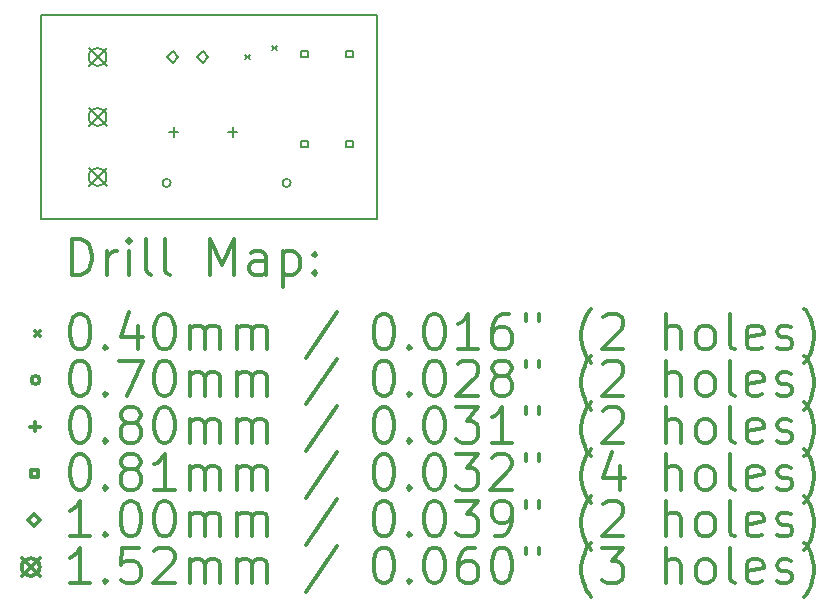
<source format=gbr>
%FSLAX45Y45*%
G04 Gerber Fmt 4.5, Leading zero omitted, Abs format (unit mm)*
G04 Created by KiCad (PCBNEW 4.0.2-stable) date 07/05/2016 12:54:47*
%MOMM*%
G01*
G04 APERTURE LIST*
%ADD10C,0.127000*%
%ADD11C,0.150000*%
%ADD12C,0.200000*%
%ADD13C,0.300000*%
G04 APERTURE END LIST*
D10*
D11*
X16078200Y-9245600D02*
X15519400Y-9245600D01*
X16078200Y-10972800D02*
X16078200Y-9245600D01*
X15519400Y-10972800D02*
X16078200Y-10972800D01*
X13233400Y-9245600D02*
X13335000Y-9245600D01*
X13233400Y-10972800D02*
X13233400Y-9245600D01*
X15519400Y-10972800D02*
X13233400Y-10972800D01*
X13335000Y-9245600D02*
X15519400Y-9245600D01*
D12*
X14966000Y-9581200D02*
X15006000Y-9621200D01*
X15006000Y-9581200D02*
X14966000Y-9621200D01*
X15194600Y-9505000D02*
X15234600Y-9545000D01*
X15234600Y-9505000D02*
X15194600Y-9545000D01*
X14335304Y-10667746D02*
G75*
G03X14335304Y-10667746I-35052J0D01*
G01*
X15351304Y-10667746D02*
G75*
G03X15351304Y-10667746I-35052J0D01*
G01*
X14359000Y-10196200D02*
X14359000Y-10276200D01*
X14319000Y-10236200D02*
X14399000Y-10236200D01*
X14859000Y-10196200D02*
X14859000Y-10276200D01*
X14819000Y-10236200D02*
X14899000Y-10236200D01*
X15497337Y-9604537D02*
X15497337Y-9547063D01*
X15439863Y-9547063D01*
X15439863Y-9604537D01*
X15497337Y-9604537D01*
X15497337Y-10366537D02*
X15497337Y-10309063D01*
X15439863Y-10309063D01*
X15439863Y-10366537D01*
X15497337Y-10366537D01*
X15878337Y-9604537D02*
X15878337Y-9547063D01*
X15820863Y-9547063D01*
X15820863Y-9604537D01*
X15878337Y-9604537D01*
X15878337Y-10366537D02*
X15878337Y-10309063D01*
X15820863Y-10309063D01*
X15820863Y-10366537D01*
X15878337Y-10366537D01*
X14351000Y-9651238D02*
X14401038Y-9601200D01*
X14351000Y-9551162D01*
X14300962Y-9601200D01*
X14351000Y-9651238D01*
X14605000Y-9651238D02*
X14655038Y-9601200D01*
X14605000Y-9551162D01*
X14554962Y-9601200D01*
X14605000Y-9651238D01*
X13639800Y-9525000D02*
X13792200Y-9677400D01*
X13792200Y-9525000D02*
X13639800Y-9677400D01*
X13792200Y-9601200D02*
G75*
G03X13792200Y-9601200I-76200J0D01*
G01*
X13639800Y-10033000D02*
X13792200Y-10185400D01*
X13792200Y-10033000D02*
X13639800Y-10185400D01*
X13792200Y-10109200D02*
G75*
G03X13792200Y-10109200I-76200J0D01*
G01*
X13639800Y-10541000D02*
X13792200Y-10693400D01*
X13792200Y-10541000D02*
X13639800Y-10693400D01*
X13792200Y-10617200D02*
G75*
G03X13792200Y-10617200I-76200J0D01*
G01*
D13*
X13497328Y-11446014D02*
X13497328Y-11146014D01*
X13568757Y-11146014D01*
X13611614Y-11160300D01*
X13640186Y-11188871D01*
X13654471Y-11217443D01*
X13668757Y-11274586D01*
X13668757Y-11317443D01*
X13654471Y-11374586D01*
X13640186Y-11403157D01*
X13611614Y-11431729D01*
X13568757Y-11446014D01*
X13497328Y-11446014D01*
X13797328Y-11446014D02*
X13797328Y-11246014D01*
X13797328Y-11303157D02*
X13811614Y-11274586D01*
X13825900Y-11260300D01*
X13854471Y-11246014D01*
X13883043Y-11246014D01*
X13983043Y-11446014D02*
X13983043Y-11246014D01*
X13983043Y-11146014D02*
X13968757Y-11160300D01*
X13983043Y-11174586D01*
X13997328Y-11160300D01*
X13983043Y-11146014D01*
X13983043Y-11174586D01*
X14168757Y-11446014D02*
X14140186Y-11431729D01*
X14125900Y-11403157D01*
X14125900Y-11146014D01*
X14325900Y-11446014D02*
X14297328Y-11431729D01*
X14283043Y-11403157D01*
X14283043Y-11146014D01*
X14668757Y-11446014D02*
X14668757Y-11146014D01*
X14768757Y-11360300D01*
X14868757Y-11146014D01*
X14868757Y-11446014D01*
X15140186Y-11446014D02*
X15140186Y-11288871D01*
X15125900Y-11260300D01*
X15097328Y-11246014D01*
X15040186Y-11246014D01*
X15011614Y-11260300D01*
X15140186Y-11431729D02*
X15111614Y-11446014D01*
X15040186Y-11446014D01*
X15011614Y-11431729D01*
X14997328Y-11403157D01*
X14997328Y-11374586D01*
X15011614Y-11346014D01*
X15040186Y-11331729D01*
X15111614Y-11331729D01*
X15140186Y-11317443D01*
X15283043Y-11246014D02*
X15283043Y-11546014D01*
X15283043Y-11260300D02*
X15311614Y-11246014D01*
X15368757Y-11246014D01*
X15397328Y-11260300D01*
X15411614Y-11274586D01*
X15425900Y-11303157D01*
X15425900Y-11388871D01*
X15411614Y-11417443D01*
X15397328Y-11431729D01*
X15368757Y-11446014D01*
X15311614Y-11446014D01*
X15283043Y-11431729D01*
X15554471Y-11417443D02*
X15568757Y-11431729D01*
X15554471Y-11446014D01*
X15540186Y-11431729D01*
X15554471Y-11417443D01*
X15554471Y-11446014D01*
X15554471Y-11260300D02*
X15568757Y-11274586D01*
X15554471Y-11288871D01*
X15540186Y-11274586D01*
X15554471Y-11260300D01*
X15554471Y-11288871D01*
X13185900Y-11920300D02*
X13225900Y-11960300D01*
X13225900Y-11920300D02*
X13185900Y-11960300D01*
X13554471Y-11776014D02*
X13583043Y-11776014D01*
X13611614Y-11790300D01*
X13625900Y-11804586D01*
X13640186Y-11833157D01*
X13654471Y-11890300D01*
X13654471Y-11961729D01*
X13640186Y-12018871D01*
X13625900Y-12047443D01*
X13611614Y-12061729D01*
X13583043Y-12076014D01*
X13554471Y-12076014D01*
X13525900Y-12061729D01*
X13511614Y-12047443D01*
X13497328Y-12018871D01*
X13483043Y-11961729D01*
X13483043Y-11890300D01*
X13497328Y-11833157D01*
X13511614Y-11804586D01*
X13525900Y-11790300D01*
X13554471Y-11776014D01*
X13783043Y-12047443D02*
X13797328Y-12061729D01*
X13783043Y-12076014D01*
X13768757Y-12061729D01*
X13783043Y-12047443D01*
X13783043Y-12076014D01*
X14054471Y-11876014D02*
X14054471Y-12076014D01*
X13983043Y-11761729D02*
X13911614Y-11976014D01*
X14097328Y-11976014D01*
X14268757Y-11776014D02*
X14297328Y-11776014D01*
X14325900Y-11790300D01*
X14340186Y-11804586D01*
X14354471Y-11833157D01*
X14368757Y-11890300D01*
X14368757Y-11961729D01*
X14354471Y-12018871D01*
X14340186Y-12047443D01*
X14325900Y-12061729D01*
X14297328Y-12076014D01*
X14268757Y-12076014D01*
X14240186Y-12061729D01*
X14225900Y-12047443D01*
X14211614Y-12018871D01*
X14197328Y-11961729D01*
X14197328Y-11890300D01*
X14211614Y-11833157D01*
X14225900Y-11804586D01*
X14240186Y-11790300D01*
X14268757Y-11776014D01*
X14497328Y-12076014D02*
X14497328Y-11876014D01*
X14497328Y-11904586D02*
X14511614Y-11890300D01*
X14540186Y-11876014D01*
X14583043Y-11876014D01*
X14611614Y-11890300D01*
X14625900Y-11918871D01*
X14625900Y-12076014D01*
X14625900Y-11918871D02*
X14640186Y-11890300D01*
X14668757Y-11876014D01*
X14711614Y-11876014D01*
X14740186Y-11890300D01*
X14754471Y-11918871D01*
X14754471Y-12076014D01*
X14897328Y-12076014D02*
X14897328Y-11876014D01*
X14897328Y-11904586D02*
X14911614Y-11890300D01*
X14940186Y-11876014D01*
X14983043Y-11876014D01*
X15011614Y-11890300D01*
X15025900Y-11918871D01*
X15025900Y-12076014D01*
X15025900Y-11918871D02*
X15040186Y-11890300D01*
X15068757Y-11876014D01*
X15111614Y-11876014D01*
X15140186Y-11890300D01*
X15154471Y-11918871D01*
X15154471Y-12076014D01*
X15740186Y-11761729D02*
X15483043Y-12147443D01*
X16125900Y-11776014D02*
X16154471Y-11776014D01*
X16183043Y-11790300D01*
X16197328Y-11804586D01*
X16211614Y-11833157D01*
X16225900Y-11890300D01*
X16225900Y-11961729D01*
X16211614Y-12018871D01*
X16197328Y-12047443D01*
X16183043Y-12061729D01*
X16154471Y-12076014D01*
X16125900Y-12076014D01*
X16097328Y-12061729D01*
X16083043Y-12047443D01*
X16068757Y-12018871D01*
X16054471Y-11961729D01*
X16054471Y-11890300D01*
X16068757Y-11833157D01*
X16083043Y-11804586D01*
X16097328Y-11790300D01*
X16125900Y-11776014D01*
X16354471Y-12047443D02*
X16368757Y-12061729D01*
X16354471Y-12076014D01*
X16340186Y-12061729D01*
X16354471Y-12047443D01*
X16354471Y-12076014D01*
X16554471Y-11776014D02*
X16583043Y-11776014D01*
X16611614Y-11790300D01*
X16625900Y-11804586D01*
X16640185Y-11833157D01*
X16654471Y-11890300D01*
X16654471Y-11961729D01*
X16640185Y-12018871D01*
X16625900Y-12047443D01*
X16611614Y-12061729D01*
X16583043Y-12076014D01*
X16554471Y-12076014D01*
X16525900Y-12061729D01*
X16511614Y-12047443D01*
X16497328Y-12018871D01*
X16483043Y-11961729D01*
X16483043Y-11890300D01*
X16497328Y-11833157D01*
X16511614Y-11804586D01*
X16525900Y-11790300D01*
X16554471Y-11776014D01*
X16940186Y-12076014D02*
X16768757Y-12076014D01*
X16854471Y-12076014D02*
X16854471Y-11776014D01*
X16825900Y-11818871D01*
X16797328Y-11847443D01*
X16768757Y-11861729D01*
X17197328Y-11776014D02*
X17140186Y-11776014D01*
X17111614Y-11790300D01*
X17097328Y-11804586D01*
X17068757Y-11847443D01*
X17054471Y-11904586D01*
X17054471Y-12018871D01*
X17068757Y-12047443D01*
X17083043Y-12061729D01*
X17111614Y-12076014D01*
X17168757Y-12076014D01*
X17197328Y-12061729D01*
X17211614Y-12047443D01*
X17225900Y-12018871D01*
X17225900Y-11947443D01*
X17211614Y-11918871D01*
X17197328Y-11904586D01*
X17168757Y-11890300D01*
X17111614Y-11890300D01*
X17083043Y-11904586D01*
X17068757Y-11918871D01*
X17054471Y-11947443D01*
X17340186Y-11776014D02*
X17340186Y-11833157D01*
X17454471Y-11776014D02*
X17454471Y-11833157D01*
X17897328Y-12190300D02*
X17883043Y-12176014D01*
X17854471Y-12133157D01*
X17840186Y-12104586D01*
X17825900Y-12061729D01*
X17811614Y-11990300D01*
X17811614Y-11933157D01*
X17825900Y-11861729D01*
X17840186Y-11818871D01*
X17854471Y-11790300D01*
X17883043Y-11747443D01*
X17897328Y-11733157D01*
X17997328Y-11804586D02*
X18011614Y-11790300D01*
X18040186Y-11776014D01*
X18111614Y-11776014D01*
X18140186Y-11790300D01*
X18154471Y-11804586D01*
X18168757Y-11833157D01*
X18168757Y-11861729D01*
X18154471Y-11904586D01*
X17983043Y-12076014D01*
X18168757Y-12076014D01*
X18525900Y-12076014D02*
X18525900Y-11776014D01*
X18654471Y-12076014D02*
X18654471Y-11918871D01*
X18640186Y-11890300D01*
X18611614Y-11876014D01*
X18568757Y-11876014D01*
X18540186Y-11890300D01*
X18525900Y-11904586D01*
X18840186Y-12076014D02*
X18811614Y-12061729D01*
X18797328Y-12047443D01*
X18783043Y-12018871D01*
X18783043Y-11933157D01*
X18797328Y-11904586D01*
X18811614Y-11890300D01*
X18840186Y-11876014D01*
X18883043Y-11876014D01*
X18911614Y-11890300D01*
X18925900Y-11904586D01*
X18940186Y-11933157D01*
X18940186Y-12018871D01*
X18925900Y-12047443D01*
X18911614Y-12061729D01*
X18883043Y-12076014D01*
X18840186Y-12076014D01*
X19111614Y-12076014D02*
X19083043Y-12061729D01*
X19068757Y-12033157D01*
X19068757Y-11776014D01*
X19340186Y-12061729D02*
X19311614Y-12076014D01*
X19254471Y-12076014D01*
X19225900Y-12061729D01*
X19211614Y-12033157D01*
X19211614Y-11918871D01*
X19225900Y-11890300D01*
X19254471Y-11876014D01*
X19311614Y-11876014D01*
X19340186Y-11890300D01*
X19354471Y-11918871D01*
X19354471Y-11947443D01*
X19211614Y-11976014D01*
X19468757Y-12061729D02*
X19497329Y-12076014D01*
X19554471Y-12076014D01*
X19583043Y-12061729D01*
X19597329Y-12033157D01*
X19597329Y-12018871D01*
X19583043Y-11990300D01*
X19554471Y-11976014D01*
X19511614Y-11976014D01*
X19483043Y-11961729D01*
X19468757Y-11933157D01*
X19468757Y-11918871D01*
X19483043Y-11890300D01*
X19511614Y-11876014D01*
X19554471Y-11876014D01*
X19583043Y-11890300D01*
X19697328Y-12190300D02*
X19711614Y-12176014D01*
X19740186Y-12133157D01*
X19754471Y-12104586D01*
X19768757Y-12061729D01*
X19783043Y-11990300D01*
X19783043Y-11933157D01*
X19768757Y-11861729D01*
X19754471Y-11818871D01*
X19740186Y-11790300D01*
X19711614Y-11747443D01*
X19697328Y-11733157D01*
X13225900Y-12336300D02*
G75*
G03X13225900Y-12336300I-35052J0D01*
G01*
X13554471Y-12172014D02*
X13583043Y-12172014D01*
X13611614Y-12186300D01*
X13625900Y-12200586D01*
X13640186Y-12229157D01*
X13654471Y-12286300D01*
X13654471Y-12357729D01*
X13640186Y-12414871D01*
X13625900Y-12443443D01*
X13611614Y-12457729D01*
X13583043Y-12472014D01*
X13554471Y-12472014D01*
X13525900Y-12457729D01*
X13511614Y-12443443D01*
X13497328Y-12414871D01*
X13483043Y-12357729D01*
X13483043Y-12286300D01*
X13497328Y-12229157D01*
X13511614Y-12200586D01*
X13525900Y-12186300D01*
X13554471Y-12172014D01*
X13783043Y-12443443D02*
X13797328Y-12457729D01*
X13783043Y-12472014D01*
X13768757Y-12457729D01*
X13783043Y-12443443D01*
X13783043Y-12472014D01*
X13897328Y-12172014D02*
X14097328Y-12172014D01*
X13968757Y-12472014D01*
X14268757Y-12172014D02*
X14297328Y-12172014D01*
X14325900Y-12186300D01*
X14340186Y-12200586D01*
X14354471Y-12229157D01*
X14368757Y-12286300D01*
X14368757Y-12357729D01*
X14354471Y-12414871D01*
X14340186Y-12443443D01*
X14325900Y-12457729D01*
X14297328Y-12472014D01*
X14268757Y-12472014D01*
X14240186Y-12457729D01*
X14225900Y-12443443D01*
X14211614Y-12414871D01*
X14197328Y-12357729D01*
X14197328Y-12286300D01*
X14211614Y-12229157D01*
X14225900Y-12200586D01*
X14240186Y-12186300D01*
X14268757Y-12172014D01*
X14497328Y-12472014D02*
X14497328Y-12272014D01*
X14497328Y-12300586D02*
X14511614Y-12286300D01*
X14540186Y-12272014D01*
X14583043Y-12272014D01*
X14611614Y-12286300D01*
X14625900Y-12314871D01*
X14625900Y-12472014D01*
X14625900Y-12314871D02*
X14640186Y-12286300D01*
X14668757Y-12272014D01*
X14711614Y-12272014D01*
X14740186Y-12286300D01*
X14754471Y-12314871D01*
X14754471Y-12472014D01*
X14897328Y-12472014D02*
X14897328Y-12272014D01*
X14897328Y-12300586D02*
X14911614Y-12286300D01*
X14940186Y-12272014D01*
X14983043Y-12272014D01*
X15011614Y-12286300D01*
X15025900Y-12314871D01*
X15025900Y-12472014D01*
X15025900Y-12314871D02*
X15040186Y-12286300D01*
X15068757Y-12272014D01*
X15111614Y-12272014D01*
X15140186Y-12286300D01*
X15154471Y-12314871D01*
X15154471Y-12472014D01*
X15740186Y-12157729D02*
X15483043Y-12543443D01*
X16125900Y-12172014D02*
X16154471Y-12172014D01*
X16183043Y-12186300D01*
X16197328Y-12200586D01*
X16211614Y-12229157D01*
X16225900Y-12286300D01*
X16225900Y-12357729D01*
X16211614Y-12414871D01*
X16197328Y-12443443D01*
X16183043Y-12457729D01*
X16154471Y-12472014D01*
X16125900Y-12472014D01*
X16097328Y-12457729D01*
X16083043Y-12443443D01*
X16068757Y-12414871D01*
X16054471Y-12357729D01*
X16054471Y-12286300D01*
X16068757Y-12229157D01*
X16083043Y-12200586D01*
X16097328Y-12186300D01*
X16125900Y-12172014D01*
X16354471Y-12443443D02*
X16368757Y-12457729D01*
X16354471Y-12472014D01*
X16340186Y-12457729D01*
X16354471Y-12443443D01*
X16354471Y-12472014D01*
X16554471Y-12172014D02*
X16583043Y-12172014D01*
X16611614Y-12186300D01*
X16625900Y-12200586D01*
X16640185Y-12229157D01*
X16654471Y-12286300D01*
X16654471Y-12357729D01*
X16640185Y-12414871D01*
X16625900Y-12443443D01*
X16611614Y-12457729D01*
X16583043Y-12472014D01*
X16554471Y-12472014D01*
X16525900Y-12457729D01*
X16511614Y-12443443D01*
X16497328Y-12414871D01*
X16483043Y-12357729D01*
X16483043Y-12286300D01*
X16497328Y-12229157D01*
X16511614Y-12200586D01*
X16525900Y-12186300D01*
X16554471Y-12172014D01*
X16768757Y-12200586D02*
X16783043Y-12186300D01*
X16811614Y-12172014D01*
X16883043Y-12172014D01*
X16911614Y-12186300D01*
X16925900Y-12200586D01*
X16940186Y-12229157D01*
X16940186Y-12257729D01*
X16925900Y-12300586D01*
X16754471Y-12472014D01*
X16940186Y-12472014D01*
X17111614Y-12300586D02*
X17083043Y-12286300D01*
X17068757Y-12272014D01*
X17054471Y-12243443D01*
X17054471Y-12229157D01*
X17068757Y-12200586D01*
X17083043Y-12186300D01*
X17111614Y-12172014D01*
X17168757Y-12172014D01*
X17197328Y-12186300D01*
X17211614Y-12200586D01*
X17225900Y-12229157D01*
X17225900Y-12243443D01*
X17211614Y-12272014D01*
X17197328Y-12286300D01*
X17168757Y-12300586D01*
X17111614Y-12300586D01*
X17083043Y-12314871D01*
X17068757Y-12329157D01*
X17054471Y-12357729D01*
X17054471Y-12414871D01*
X17068757Y-12443443D01*
X17083043Y-12457729D01*
X17111614Y-12472014D01*
X17168757Y-12472014D01*
X17197328Y-12457729D01*
X17211614Y-12443443D01*
X17225900Y-12414871D01*
X17225900Y-12357729D01*
X17211614Y-12329157D01*
X17197328Y-12314871D01*
X17168757Y-12300586D01*
X17340186Y-12172014D02*
X17340186Y-12229157D01*
X17454471Y-12172014D02*
X17454471Y-12229157D01*
X17897328Y-12586300D02*
X17883043Y-12572014D01*
X17854471Y-12529157D01*
X17840186Y-12500586D01*
X17825900Y-12457729D01*
X17811614Y-12386300D01*
X17811614Y-12329157D01*
X17825900Y-12257729D01*
X17840186Y-12214871D01*
X17854471Y-12186300D01*
X17883043Y-12143443D01*
X17897328Y-12129157D01*
X17997328Y-12200586D02*
X18011614Y-12186300D01*
X18040186Y-12172014D01*
X18111614Y-12172014D01*
X18140186Y-12186300D01*
X18154471Y-12200586D01*
X18168757Y-12229157D01*
X18168757Y-12257729D01*
X18154471Y-12300586D01*
X17983043Y-12472014D01*
X18168757Y-12472014D01*
X18525900Y-12472014D02*
X18525900Y-12172014D01*
X18654471Y-12472014D02*
X18654471Y-12314871D01*
X18640186Y-12286300D01*
X18611614Y-12272014D01*
X18568757Y-12272014D01*
X18540186Y-12286300D01*
X18525900Y-12300586D01*
X18840186Y-12472014D02*
X18811614Y-12457729D01*
X18797328Y-12443443D01*
X18783043Y-12414871D01*
X18783043Y-12329157D01*
X18797328Y-12300586D01*
X18811614Y-12286300D01*
X18840186Y-12272014D01*
X18883043Y-12272014D01*
X18911614Y-12286300D01*
X18925900Y-12300586D01*
X18940186Y-12329157D01*
X18940186Y-12414871D01*
X18925900Y-12443443D01*
X18911614Y-12457729D01*
X18883043Y-12472014D01*
X18840186Y-12472014D01*
X19111614Y-12472014D02*
X19083043Y-12457729D01*
X19068757Y-12429157D01*
X19068757Y-12172014D01*
X19340186Y-12457729D02*
X19311614Y-12472014D01*
X19254471Y-12472014D01*
X19225900Y-12457729D01*
X19211614Y-12429157D01*
X19211614Y-12314871D01*
X19225900Y-12286300D01*
X19254471Y-12272014D01*
X19311614Y-12272014D01*
X19340186Y-12286300D01*
X19354471Y-12314871D01*
X19354471Y-12343443D01*
X19211614Y-12372014D01*
X19468757Y-12457729D02*
X19497329Y-12472014D01*
X19554471Y-12472014D01*
X19583043Y-12457729D01*
X19597329Y-12429157D01*
X19597329Y-12414871D01*
X19583043Y-12386300D01*
X19554471Y-12372014D01*
X19511614Y-12372014D01*
X19483043Y-12357729D01*
X19468757Y-12329157D01*
X19468757Y-12314871D01*
X19483043Y-12286300D01*
X19511614Y-12272014D01*
X19554471Y-12272014D01*
X19583043Y-12286300D01*
X19697328Y-12586300D02*
X19711614Y-12572014D01*
X19740186Y-12529157D01*
X19754471Y-12500586D01*
X19768757Y-12457729D01*
X19783043Y-12386300D01*
X19783043Y-12329157D01*
X19768757Y-12257729D01*
X19754471Y-12214871D01*
X19740186Y-12186300D01*
X19711614Y-12143443D01*
X19697328Y-12129157D01*
X13185900Y-12692300D02*
X13185900Y-12772300D01*
X13145900Y-12732300D02*
X13225900Y-12732300D01*
X13554471Y-12568014D02*
X13583043Y-12568014D01*
X13611614Y-12582300D01*
X13625900Y-12596586D01*
X13640186Y-12625157D01*
X13654471Y-12682300D01*
X13654471Y-12753729D01*
X13640186Y-12810871D01*
X13625900Y-12839443D01*
X13611614Y-12853729D01*
X13583043Y-12868014D01*
X13554471Y-12868014D01*
X13525900Y-12853729D01*
X13511614Y-12839443D01*
X13497328Y-12810871D01*
X13483043Y-12753729D01*
X13483043Y-12682300D01*
X13497328Y-12625157D01*
X13511614Y-12596586D01*
X13525900Y-12582300D01*
X13554471Y-12568014D01*
X13783043Y-12839443D02*
X13797328Y-12853729D01*
X13783043Y-12868014D01*
X13768757Y-12853729D01*
X13783043Y-12839443D01*
X13783043Y-12868014D01*
X13968757Y-12696586D02*
X13940186Y-12682300D01*
X13925900Y-12668014D01*
X13911614Y-12639443D01*
X13911614Y-12625157D01*
X13925900Y-12596586D01*
X13940186Y-12582300D01*
X13968757Y-12568014D01*
X14025900Y-12568014D01*
X14054471Y-12582300D01*
X14068757Y-12596586D01*
X14083043Y-12625157D01*
X14083043Y-12639443D01*
X14068757Y-12668014D01*
X14054471Y-12682300D01*
X14025900Y-12696586D01*
X13968757Y-12696586D01*
X13940186Y-12710871D01*
X13925900Y-12725157D01*
X13911614Y-12753729D01*
X13911614Y-12810871D01*
X13925900Y-12839443D01*
X13940186Y-12853729D01*
X13968757Y-12868014D01*
X14025900Y-12868014D01*
X14054471Y-12853729D01*
X14068757Y-12839443D01*
X14083043Y-12810871D01*
X14083043Y-12753729D01*
X14068757Y-12725157D01*
X14054471Y-12710871D01*
X14025900Y-12696586D01*
X14268757Y-12568014D02*
X14297328Y-12568014D01*
X14325900Y-12582300D01*
X14340186Y-12596586D01*
X14354471Y-12625157D01*
X14368757Y-12682300D01*
X14368757Y-12753729D01*
X14354471Y-12810871D01*
X14340186Y-12839443D01*
X14325900Y-12853729D01*
X14297328Y-12868014D01*
X14268757Y-12868014D01*
X14240186Y-12853729D01*
X14225900Y-12839443D01*
X14211614Y-12810871D01*
X14197328Y-12753729D01*
X14197328Y-12682300D01*
X14211614Y-12625157D01*
X14225900Y-12596586D01*
X14240186Y-12582300D01*
X14268757Y-12568014D01*
X14497328Y-12868014D02*
X14497328Y-12668014D01*
X14497328Y-12696586D02*
X14511614Y-12682300D01*
X14540186Y-12668014D01*
X14583043Y-12668014D01*
X14611614Y-12682300D01*
X14625900Y-12710871D01*
X14625900Y-12868014D01*
X14625900Y-12710871D02*
X14640186Y-12682300D01*
X14668757Y-12668014D01*
X14711614Y-12668014D01*
X14740186Y-12682300D01*
X14754471Y-12710871D01*
X14754471Y-12868014D01*
X14897328Y-12868014D02*
X14897328Y-12668014D01*
X14897328Y-12696586D02*
X14911614Y-12682300D01*
X14940186Y-12668014D01*
X14983043Y-12668014D01*
X15011614Y-12682300D01*
X15025900Y-12710871D01*
X15025900Y-12868014D01*
X15025900Y-12710871D02*
X15040186Y-12682300D01*
X15068757Y-12668014D01*
X15111614Y-12668014D01*
X15140186Y-12682300D01*
X15154471Y-12710871D01*
X15154471Y-12868014D01*
X15740186Y-12553729D02*
X15483043Y-12939443D01*
X16125900Y-12568014D02*
X16154471Y-12568014D01*
X16183043Y-12582300D01*
X16197328Y-12596586D01*
X16211614Y-12625157D01*
X16225900Y-12682300D01*
X16225900Y-12753729D01*
X16211614Y-12810871D01*
X16197328Y-12839443D01*
X16183043Y-12853729D01*
X16154471Y-12868014D01*
X16125900Y-12868014D01*
X16097328Y-12853729D01*
X16083043Y-12839443D01*
X16068757Y-12810871D01*
X16054471Y-12753729D01*
X16054471Y-12682300D01*
X16068757Y-12625157D01*
X16083043Y-12596586D01*
X16097328Y-12582300D01*
X16125900Y-12568014D01*
X16354471Y-12839443D02*
X16368757Y-12853729D01*
X16354471Y-12868014D01*
X16340186Y-12853729D01*
X16354471Y-12839443D01*
X16354471Y-12868014D01*
X16554471Y-12568014D02*
X16583043Y-12568014D01*
X16611614Y-12582300D01*
X16625900Y-12596586D01*
X16640185Y-12625157D01*
X16654471Y-12682300D01*
X16654471Y-12753729D01*
X16640185Y-12810871D01*
X16625900Y-12839443D01*
X16611614Y-12853729D01*
X16583043Y-12868014D01*
X16554471Y-12868014D01*
X16525900Y-12853729D01*
X16511614Y-12839443D01*
X16497328Y-12810871D01*
X16483043Y-12753729D01*
X16483043Y-12682300D01*
X16497328Y-12625157D01*
X16511614Y-12596586D01*
X16525900Y-12582300D01*
X16554471Y-12568014D01*
X16754471Y-12568014D02*
X16940186Y-12568014D01*
X16840186Y-12682300D01*
X16883043Y-12682300D01*
X16911614Y-12696586D01*
X16925900Y-12710871D01*
X16940186Y-12739443D01*
X16940186Y-12810871D01*
X16925900Y-12839443D01*
X16911614Y-12853729D01*
X16883043Y-12868014D01*
X16797328Y-12868014D01*
X16768757Y-12853729D01*
X16754471Y-12839443D01*
X17225900Y-12868014D02*
X17054471Y-12868014D01*
X17140186Y-12868014D02*
X17140186Y-12568014D01*
X17111614Y-12610871D01*
X17083043Y-12639443D01*
X17054471Y-12653729D01*
X17340186Y-12568014D02*
X17340186Y-12625157D01*
X17454471Y-12568014D02*
X17454471Y-12625157D01*
X17897328Y-12982300D02*
X17883043Y-12968014D01*
X17854471Y-12925157D01*
X17840186Y-12896586D01*
X17825900Y-12853729D01*
X17811614Y-12782300D01*
X17811614Y-12725157D01*
X17825900Y-12653729D01*
X17840186Y-12610871D01*
X17854471Y-12582300D01*
X17883043Y-12539443D01*
X17897328Y-12525157D01*
X17997328Y-12596586D02*
X18011614Y-12582300D01*
X18040186Y-12568014D01*
X18111614Y-12568014D01*
X18140186Y-12582300D01*
X18154471Y-12596586D01*
X18168757Y-12625157D01*
X18168757Y-12653729D01*
X18154471Y-12696586D01*
X17983043Y-12868014D01*
X18168757Y-12868014D01*
X18525900Y-12868014D02*
X18525900Y-12568014D01*
X18654471Y-12868014D02*
X18654471Y-12710871D01*
X18640186Y-12682300D01*
X18611614Y-12668014D01*
X18568757Y-12668014D01*
X18540186Y-12682300D01*
X18525900Y-12696586D01*
X18840186Y-12868014D02*
X18811614Y-12853729D01*
X18797328Y-12839443D01*
X18783043Y-12810871D01*
X18783043Y-12725157D01*
X18797328Y-12696586D01*
X18811614Y-12682300D01*
X18840186Y-12668014D01*
X18883043Y-12668014D01*
X18911614Y-12682300D01*
X18925900Y-12696586D01*
X18940186Y-12725157D01*
X18940186Y-12810871D01*
X18925900Y-12839443D01*
X18911614Y-12853729D01*
X18883043Y-12868014D01*
X18840186Y-12868014D01*
X19111614Y-12868014D02*
X19083043Y-12853729D01*
X19068757Y-12825157D01*
X19068757Y-12568014D01*
X19340186Y-12853729D02*
X19311614Y-12868014D01*
X19254471Y-12868014D01*
X19225900Y-12853729D01*
X19211614Y-12825157D01*
X19211614Y-12710871D01*
X19225900Y-12682300D01*
X19254471Y-12668014D01*
X19311614Y-12668014D01*
X19340186Y-12682300D01*
X19354471Y-12710871D01*
X19354471Y-12739443D01*
X19211614Y-12768014D01*
X19468757Y-12853729D02*
X19497329Y-12868014D01*
X19554471Y-12868014D01*
X19583043Y-12853729D01*
X19597329Y-12825157D01*
X19597329Y-12810871D01*
X19583043Y-12782300D01*
X19554471Y-12768014D01*
X19511614Y-12768014D01*
X19483043Y-12753729D01*
X19468757Y-12725157D01*
X19468757Y-12710871D01*
X19483043Y-12682300D01*
X19511614Y-12668014D01*
X19554471Y-12668014D01*
X19583043Y-12682300D01*
X19697328Y-12982300D02*
X19711614Y-12968014D01*
X19740186Y-12925157D01*
X19754471Y-12896586D01*
X19768757Y-12853729D01*
X19783043Y-12782300D01*
X19783043Y-12725157D01*
X19768757Y-12653729D01*
X19754471Y-12610871D01*
X19740186Y-12582300D01*
X19711614Y-12539443D01*
X19697328Y-12525157D01*
X13213997Y-13157037D02*
X13213997Y-13099563D01*
X13156523Y-13099563D01*
X13156523Y-13157037D01*
X13213997Y-13157037D01*
X13554471Y-12964014D02*
X13583043Y-12964014D01*
X13611614Y-12978300D01*
X13625900Y-12992586D01*
X13640186Y-13021157D01*
X13654471Y-13078300D01*
X13654471Y-13149729D01*
X13640186Y-13206871D01*
X13625900Y-13235443D01*
X13611614Y-13249729D01*
X13583043Y-13264014D01*
X13554471Y-13264014D01*
X13525900Y-13249729D01*
X13511614Y-13235443D01*
X13497328Y-13206871D01*
X13483043Y-13149729D01*
X13483043Y-13078300D01*
X13497328Y-13021157D01*
X13511614Y-12992586D01*
X13525900Y-12978300D01*
X13554471Y-12964014D01*
X13783043Y-13235443D02*
X13797328Y-13249729D01*
X13783043Y-13264014D01*
X13768757Y-13249729D01*
X13783043Y-13235443D01*
X13783043Y-13264014D01*
X13968757Y-13092586D02*
X13940186Y-13078300D01*
X13925900Y-13064014D01*
X13911614Y-13035443D01*
X13911614Y-13021157D01*
X13925900Y-12992586D01*
X13940186Y-12978300D01*
X13968757Y-12964014D01*
X14025900Y-12964014D01*
X14054471Y-12978300D01*
X14068757Y-12992586D01*
X14083043Y-13021157D01*
X14083043Y-13035443D01*
X14068757Y-13064014D01*
X14054471Y-13078300D01*
X14025900Y-13092586D01*
X13968757Y-13092586D01*
X13940186Y-13106871D01*
X13925900Y-13121157D01*
X13911614Y-13149729D01*
X13911614Y-13206871D01*
X13925900Y-13235443D01*
X13940186Y-13249729D01*
X13968757Y-13264014D01*
X14025900Y-13264014D01*
X14054471Y-13249729D01*
X14068757Y-13235443D01*
X14083043Y-13206871D01*
X14083043Y-13149729D01*
X14068757Y-13121157D01*
X14054471Y-13106871D01*
X14025900Y-13092586D01*
X14368757Y-13264014D02*
X14197328Y-13264014D01*
X14283043Y-13264014D02*
X14283043Y-12964014D01*
X14254471Y-13006871D01*
X14225900Y-13035443D01*
X14197328Y-13049729D01*
X14497328Y-13264014D02*
X14497328Y-13064014D01*
X14497328Y-13092586D02*
X14511614Y-13078300D01*
X14540186Y-13064014D01*
X14583043Y-13064014D01*
X14611614Y-13078300D01*
X14625900Y-13106871D01*
X14625900Y-13264014D01*
X14625900Y-13106871D02*
X14640186Y-13078300D01*
X14668757Y-13064014D01*
X14711614Y-13064014D01*
X14740186Y-13078300D01*
X14754471Y-13106871D01*
X14754471Y-13264014D01*
X14897328Y-13264014D02*
X14897328Y-13064014D01*
X14897328Y-13092586D02*
X14911614Y-13078300D01*
X14940186Y-13064014D01*
X14983043Y-13064014D01*
X15011614Y-13078300D01*
X15025900Y-13106871D01*
X15025900Y-13264014D01*
X15025900Y-13106871D02*
X15040186Y-13078300D01*
X15068757Y-13064014D01*
X15111614Y-13064014D01*
X15140186Y-13078300D01*
X15154471Y-13106871D01*
X15154471Y-13264014D01*
X15740186Y-12949729D02*
X15483043Y-13335443D01*
X16125900Y-12964014D02*
X16154471Y-12964014D01*
X16183043Y-12978300D01*
X16197328Y-12992586D01*
X16211614Y-13021157D01*
X16225900Y-13078300D01*
X16225900Y-13149729D01*
X16211614Y-13206871D01*
X16197328Y-13235443D01*
X16183043Y-13249729D01*
X16154471Y-13264014D01*
X16125900Y-13264014D01*
X16097328Y-13249729D01*
X16083043Y-13235443D01*
X16068757Y-13206871D01*
X16054471Y-13149729D01*
X16054471Y-13078300D01*
X16068757Y-13021157D01*
X16083043Y-12992586D01*
X16097328Y-12978300D01*
X16125900Y-12964014D01*
X16354471Y-13235443D02*
X16368757Y-13249729D01*
X16354471Y-13264014D01*
X16340186Y-13249729D01*
X16354471Y-13235443D01*
X16354471Y-13264014D01*
X16554471Y-12964014D02*
X16583043Y-12964014D01*
X16611614Y-12978300D01*
X16625900Y-12992586D01*
X16640185Y-13021157D01*
X16654471Y-13078300D01*
X16654471Y-13149729D01*
X16640185Y-13206871D01*
X16625900Y-13235443D01*
X16611614Y-13249729D01*
X16583043Y-13264014D01*
X16554471Y-13264014D01*
X16525900Y-13249729D01*
X16511614Y-13235443D01*
X16497328Y-13206871D01*
X16483043Y-13149729D01*
X16483043Y-13078300D01*
X16497328Y-13021157D01*
X16511614Y-12992586D01*
X16525900Y-12978300D01*
X16554471Y-12964014D01*
X16754471Y-12964014D02*
X16940186Y-12964014D01*
X16840186Y-13078300D01*
X16883043Y-13078300D01*
X16911614Y-13092586D01*
X16925900Y-13106871D01*
X16940186Y-13135443D01*
X16940186Y-13206871D01*
X16925900Y-13235443D01*
X16911614Y-13249729D01*
X16883043Y-13264014D01*
X16797328Y-13264014D01*
X16768757Y-13249729D01*
X16754471Y-13235443D01*
X17054471Y-12992586D02*
X17068757Y-12978300D01*
X17097328Y-12964014D01*
X17168757Y-12964014D01*
X17197328Y-12978300D01*
X17211614Y-12992586D01*
X17225900Y-13021157D01*
X17225900Y-13049729D01*
X17211614Y-13092586D01*
X17040186Y-13264014D01*
X17225900Y-13264014D01*
X17340186Y-12964014D02*
X17340186Y-13021157D01*
X17454471Y-12964014D02*
X17454471Y-13021157D01*
X17897328Y-13378300D02*
X17883043Y-13364014D01*
X17854471Y-13321157D01*
X17840186Y-13292586D01*
X17825900Y-13249729D01*
X17811614Y-13178300D01*
X17811614Y-13121157D01*
X17825900Y-13049729D01*
X17840186Y-13006871D01*
X17854471Y-12978300D01*
X17883043Y-12935443D01*
X17897328Y-12921157D01*
X18140186Y-13064014D02*
X18140186Y-13264014D01*
X18068757Y-12949729D02*
X17997328Y-13164014D01*
X18183043Y-13164014D01*
X18525900Y-13264014D02*
X18525900Y-12964014D01*
X18654471Y-13264014D02*
X18654471Y-13106871D01*
X18640186Y-13078300D01*
X18611614Y-13064014D01*
X18568757Y-13064014D01*
X18540186Y-13078300D01*
X18525900Y-13092586D01*
X18840186Y-13264014D02*
X18811614Y-13249729D01*
X18797328Y-13235443D01*
X18783043Y-13206871D01*
X18783043Y-13121157D01*
X18797328Y-13092586D01*
X18811614Y-13078300D01*
X18840186Y-13064014D01*
X18883043Y-13064014D01*
X18911614Y-13078300D01*
X18925900Y-13092586D01*
X18940186Y-13121157D01*
X18940186Y-13206871D01*
X18925900Y-13235443D01*
X18911614Y-13249729D01*
X18883043Y-13264014D01*
X18840186Y-13264014D01*
X19111614Y-13264014D02*
X19083043Y-13249729D01*
X19068757Y-13221157D01*
X19068757Y-12964014D01*
X19340186Y-13249729D02*
X19311614Y-13264014D01*
X19254471Y-13264014D01*
X19225900Y-13249729D01*
X19211614Y-13221157D01*
X19211614Y-13106871D01*
X19225900Y-13078300D01*
X19254471Y-13064014D01*
X19311614Y-13064014D01*
X19340186Y-13078300D01*
X19354471Y-13106871D01*
X19354471Y-13135443D01*
X19211614Y-13164014D01*
X19468757Y-13249729D02*
X19497329Y-13264014D01*
X19554471Y-13264014D01*
X19583043Y-13249729D01*
X19597329Y-13221157D01*
X19597329Y-13206871D01*
X19583043Y-13178300D01*
X19554471Y-13164014D01*
X19511614Y-13164014D01*
X19483043Y-13149729D01*
X19468757Y-13121157D01*
X19468757Y-13106871D01*
X19483043Y-13078300D01*
X19511614Y-13064014D01*
X19554471Y-13064014D01*
X19583043Y-13078300D01*
X19697328Y-13378300D02*
X19711614Y-13364014D01*
X19740186Y-13321157D01*
X19754471Y-13292586D01*
X19768757Y-13249729D01*
X19783043Y-13178300D01*
X19783043Y-13121157D01*
X19768757Y-13049729D01*
X19754471Y-13006871D01*
X19740186Y-12978300D01*
X19711614Y-12935443D01*
X19697328Y-12921157D01*
X13175862Y-13574338D02*
X13225900Y-13524300D01*
X13175862Y-13474262D01*
X13125824Y-13524300D01*
X13175862Y-13574338D01*
X13654471Y-13660014D02*
X13483043Y-13660014D01*
X13568757Y-13660014D02*
X13568757Y-13360014D01*
X13540186Y-13402871D01*
X13511614Y-13431443D01*
X13483043Y-13445729D01*
X13783043Y-13631443D02*
X13797328Y-13645729D01*
X13783043Y-13660014D01*
X13768757Y-13645729D01*
X13783043Y-13631443D01*
X13783043Y-13660014D01*
X13983043Y-13360014D02*
X14011614Y-13360014D01*
X14040186Y-13374300D01*
X14054471Y-13388586D01*
X14068757Y-13417157D01*
X14083043Y-13474300D01*
X14083043Y-13545729D01*
X14068757Y-13602871D01*
X14054471Y-13631443D01*
X14040186Y-13645729D01*
X14011614Y-13660014D01*
X13983043Y-13660014D01*
X13954471Y-13645729D01*
X13940186Y-13631443D01*
X13925900Y-13602871D01*
X13911614Y-13545729D01*
X13911614Y-13474300D01*
X13925900Y-13417157D01*
X13940186Y-13388586D01*
X13954471Y-13374300D01*
X13983043Y-13360014D01*
X14268757Y-13360014D02*
X14297328Y-13360014D01*
X14325900Y-13374300D01*
X14340186Y-13388586D01*
X14354471Y-13417157D01*
X14368757Y-13474300D01*
X14368757Y-13545729D01*
X14354471Y-13602871D01*
X14340186Y-13631443D01*
X14325900Y-13645729D01*
X14297328Y-13660014D01*
X14268757Y-13660014D01*
X14240186Y-13645729D01*
X14225900Y-13631443D01*
X14211614Y-13602871D01*
X14197328Y-13545729D01*
X14197328Y-13474300D01*
X14211614Y-13417157D01*
X14225900Y-13388586D01*
X14240186Y-13374300D01*
X14268757Y-13360014D01*
X14497328Y-13660014D02*
X14497328Y-13460014D01*
X14497328Y-13488586D02*
X14511614Y-13474300D01*
X14540186Y-13460014D01*
X14583043Y-13460014D01*
X14611614Y-13474300D01*
X14625900Y-13502871D01*
X14625900Y-13660014D01*
X14625900Y-13502871D02*
X14640186Y-13474300D01*
X14668757Y-13460014D01*
X14711614Y-13460014D01*
X14740186Y-13474300D01*
X14754471Y-13502871D01*
X14754471Y-13660014D01*
X14897328Y-13660014D02*
X14897328Y-13460014D01*
X14897328Y-13488586D02*
X14911614Y-13474300D01*
X14940186Y-13460014D01*
X14983043Y-13460014D01*
X15011614Y-13474300D01*
X15025900Y-13502871D01*
X15025900Y-13660014D01*
X15025900Y-13502871D02*
X15040186Y-13474300D01*
X15068757Y-13460014D01*
X15111614Y-13460014D01*
X15140186Y-13474300D01*
X15154471Y-13502871D01*
X15154471Y-13660014D01*
X15740186Y-13345729D02*
X15483043Y-13731443D01*
X16125900Y-13360014D02*
X16154471Y-13360014D01*
X16183043Y-13374300D01*
X16197328Y-13388586D01*
X16211614Y-13417157D01*
X16225900Y-13474300D01*
X16225900Y-13545729D01*
X16211614Y-13602871D01*
X16197328Y-13631443D01*
X16183043Y-13645729D01*
X16154471Y-13660014D01*
X16125900Y-13660014D01*
X16097328Y-13645729D01*
X16083043Y-13631443D01*
X16068757Y-13602871D01*
X16054471Y-13545729D01*
X16054471Y-13474300D01*
X16068757Y-13417157D01*
X16083043Y-13388586D01*
X16097328Y-13374300D01*
X16125900Y-13360014D01*
X16354471Y-13631443D02*
X16368757Y-13645729D01*
X16354471Y-13660014D01*
X16340186Y-13645729D01*
X16354471Y-13631443D01*
X16354471Y-13660014D01*
X16554471Y-13360014D02*
X16583043Y-13360014D01*
X16611614Y-13374300D01*
X16625900Y-13388586D01*
X16640185Y-13417157D01*
X16654471Y-13474300D01*
X16654471Y-13545729D01*
X16640185Y-13602871D01*
X16625900Y-13631443D01*
X16611614Y-13645729D01*
X16583043Y-13660014D01*
X16554471Y-13660014D01*
X16525900Y-13645729D01*
X16511614Y-13631443D01*
X16497328Y-13602871D01*
X16483043Y-13545729D01*
X16483043Y-13474300D01*
X16497328Y-13417157D01*
X16511614Y-13388586D01*
X16525900Y-13374300D01*
X16554471Y-13360014D01*
X16754471Y-13360014D02*
X16940186Y-13360014D01*
X16840186Y-13474300D01*
X16883043Y-13474300D01*
X16911614Y-13488586D01*
X16925900Y-13502871D01*
X16940186Y-13531443D01*
X16940186Y-13602871D01*
X16925900Y-13631443D01*
X16911614Y-13645729D01*
X16883043Y-13660014D01*
X16797328Y-13660014D01*
X16768757Y-13645729D01*
X16754471Y-13631443D01*
X17083043Y-13660014D02*
X17140186Y-13660014D01*
X17168757Y-13645729D01*
X17183043Y-13631443D01*
X17211614Y-13588586D01*
X17225900Y-13531443D01*
X17225900Y-13417157D01*
X17211614Y-13388586D01*
X17197328Y-13374300D01*
X17168757Y-13360014D01*
X17111614Y-13360014D01*
X17083043Y-13374300D01*
X17068757Y-13388586D01*
X17054471Y-13417157D01*
X17054471Y-13488586D01*
X17068757Y-13517157D01*
X17083043Y-13531443D01*
X17111614Y-13545729D01*
X17168757Y-13545729D01*
X17197328Y-13531443D01*
X17211614Y-13517157D01*
X17225900Y-13488586D01*
X17340186Y-13360014D02*
X17340186Y-13417157D01*
X17454471Y-13360014D02*
X17454471Y-13417157D01*
X17897328Y-13774300D02*
X17883043Y-13760014D01*
X17854471Y-13717157D01*
X17840186Y-13688586D01*
X17825900Y-13645729D01*
X17811614Y-13574300D01*
X17811614Y-13517157D01*
X17825900Y-13445729D01*
X17840186Y-13402871D01*
X17854471Y-13374300D01*
X17883043Y-13331443D01*
X17897328Y-13317157D01*
X17997328Y-13388586D02*
X18011614Y-13374300D01*
X18040186Y-13360014D01*
X18111614Y-13360014D01*
X18140186Y-13374300D01*
X18154471Y-13388586D01*
X18168757Y-13417157D01*
X18168757Y-13445729D01*
X18154471Y-13488586D01*
X17983043Y-13660014D01*
X18168757Y-13660014D01*
X18525900Y-13660014D02*
X18525900Y-13360014D01*
X18654471Y-13660014D02*
X18654471Y-13502871D01*
X18640186Y-13474300D01*
X18611614Y-13460014D01*
X18568757Y-13460014D01*
X18540186Y-13474300D01*
X18525900Y-13488586D01*
X18840186Y-13660014D02*
X18811614Y-13645729D01*
X18797328Y-13631443D01*
X18783043Y-13602871D01*
X18783043Y-13517157D01*
X18797328Y-13488586D01*
X18811614Y-13474300D01*
X18840186Y-13460014D01*
X18883043Y-13460014D01*
X18911614Y-13474300D01*
X18925900Y-13488586D01*
X18940186Y-13517157D01*
X18940186Y-13602871D01*
X18925900Y-13631443D01*
X18911614Y-13645729D01*
X18883043Y-13660014D01*
X18840186Y-13660014D01*
X19111614Y-13660014D02*
X19083043Y-13645729D01*
X19068757Y-13617157D01*
X19068757Y-13360014D01*
X19340186Y-13645729D02*
X19311614Y-13660014D01*
X19254471Y-13660014D01*
X19225900Y-13645729D01*
X19211614Y-13617157D01*
X19211614Y-13502871D01*
X19225900Y-13474300D01*
X19254471Y-13460014D01*
X19311614Y-13460014D01*
X19340186Y-13474300D01*
X19354471Y-13502871D01*
X19354471Y-13531443D01*
X19211614Y-13560014D01*
X19468757Y-13645729D02*
X19497329Y-13660014D01*
X19554471Y-13660014D01*
X19583043Y-13645729D01*
X19597329Y-13617157D01*
X19597329Y-13602871D01*
X19583043Y-13574300D01*
X19554471Y-13560014D01*
X19511614Y-13560014D01*
X19483043Y-13545729D01*
X19468757Y-13517157D01*
X19468757Y-13502871D01*
X19483043Y-13474300D01*
X19511614Y-13460014D01*
X19554471Y-13460014D01*
X19583043Y-13474300D01*
X19697328Y-13774300D02*
X19711614Y-13760014D01*
X19740186Y-13717157D01*
X19754471Y-13688586D01*
X19768757Y-13645729D01*
X19783043Y-13574300D01*
X19783043Y-13517157D01*
X19768757Y-13445729D01*
X19754471Y-13402871D01*
X19740186Y-13374300D01*
X19711614Y-13331443D01*
X19697328Y-13317157D01*
X13073500Y-13844100D02*
X13225900Y-13996500D01*
X13225900Y-13844100D02*
X13073500Y-13996500D01*
X13225900Y-13920300D02*
G75*
G03X13225900Y-13920300I-76200J0D01*
G01*
X13654471Y-14056014D02*
X13483043Y-14056014D01*
X13568757Y-14056014D02*
X13568757Y-13756014D01*
X13540186Y-13798871D01*
X13511614Y-13827443D01*
X13483043Y-13841729D01*
X13783043Y-14027443D02*
X13797328Y-14041729D01*
X13783043Y-14056014D01*
X13768757Y-14041729D01*
X13783043Y-14027443D01*
X13783043Y-14056014D01*
X14068757Y-13756014D02*
X13925900Y-13756014D01*
X13911614Y-13898871D01*
X13925900Y-13884586D01*
X13954471Y-13870300D01*
X14025900Y-13870300D01*
X14054471Y-13884586D01*
X14068757Y-13898871D01*
X14083043Y-13927443D01*
X14083043Y-13998871D01*
X14068757Y-14027443D01*
X14054471Y-14041729D01*
X14025900Y-14056014D01*
X13954471Y-14056014D01*
X13925900Y-14041729D01*
X13911614Y-14027443D01*
X14197328Y-13784586D02*
X14211614Y-13770300D01*
X14240186Y-13756014D01*
X14311614Y-13756014D01*
X14340186Y-13770300D01*
X14354471Y-13784586D01*
X14368757Y-13813157D01*
X14368757Y-13841729D01*
X14354471Y-13884586D01*
X14183043Y-14056014D01*
X14368757Y-14056014D01*
X14497328Y-14056014D02*
X14497328Y-13856014D01*
X14497328Y-13884586D02*
X14511614Y-13870300D01*
X14540186Y-13856014D01*
X14583043Y-13856014D01*
X14611614Y-13870300D01*
X14625900Y-13898871D01*
X14625900Y-14056014D01*
X14625900Y-13898871D02*
X14640186Y-13870300D01*
X14668757Y-13856014D01*
X14711614Y-13856014D01*
X14740186Y-13870300D01*
X14754471Y-13898871D01*
X14754471Y-14056014D01*
X14897328Y-14056014D02*
X14897328Y-13856014D01*
X14897328Y-13884586D02*
X14911614Y-13870300D01*
X14940186Y-13856014D01*
X14983043Y-13856014D01*
X15011614Y-13870300D01*
X15025900Y-13898871D01*
X15025900Y-14056014D01*
X15025900Y-13898871D02*
X15040186Y-13870300D01*
X15068757Y-13856014D01*
X15111614Y-13856014D01*
X15140186Y-13870300D01*
X15154471Y-13898871D01*
X15154471Y-14056014D01*
X15740186Y-13741729D02*
X15483043Y-14127443D01*
X16125900Y-13756014D02*
X16154471Y-13756014D01*
X16183043Y-13770300D01*
X16197328Y-13784586D01*
X16211614Y-13813157D01*
X16225900Y-13870300D01*
X16225900Y-13941729D01*
X16211614Y-13998871D01*
X16197328Y-14027443D01*
X16183043Y-14041729D01*
X16154471Y-14056014D01*
X16125900Y-14056014D01*
X16097328Y-14041729D01*
X16083043Y-14027443D01*
X16068757Y-13998871D01*
X16054471Y-13941729D01*
X16054471Y-13870300D01*
X16068757Y-13813157D01*
X16083043Y-13784586D01*
X16097328Y-13770300D01*
X16125900Y-13756014D01*
X16354471Y-14027443D02*
X16368757Y-14041729D01*
X16354471Y-14056014D01*
X16340186Y-14041729D01*
X16354471Y-14027443D01*
X16354471Y-14056014D01*
X16554471Y-13756014D02*
X16583043Y-13756014D01*
X16611614Y-13770300D01*
X16625900Y-13784586D01*
X16640185Y-13813157D01*
X16654471Y-13870300D01*
X16654471Y-13941729D01*
X16640185Y-13998871D01*
X16625900Y-14027443D01*
X16611614Y-14041729D01*
X16583043Y-14056014D01*
X16554471Y-14056014D01*
X16525900Y-14041729D01*
X16511614Y-14027443D01*
X16497328Y-13998871D01*
X16483043Y-13941729D01*
X16483043Y-13870300D01*
X16497328Y-13813157D01*
X16511614Y-13784586D01*
X16525900Y-13770300D01*
X16554471Y-13756014D01*
X16911614Y-13756014D02*
X16854471Y-13756014D01*
X16825900Y-13770300D01*
X16811614Y-13784586D01*
X16783043Y-13827443D01*
X16768757Y-13884586D01*
X16768757Y-13998871D01*
X16783043Y-14027443D01*
X16797328Y-14041729D01*
X16825900Y-14056014D01*
X16883043Y-14056014D01*
X16911614Y-14041729D01*
X16925900Y-14027443D01*
X16940186Y-13998871D01*
X16940186Y-13927443D01*
X16925900Y-13898871D01*
X16911614Y-13884586D01*
X16883043Y-13870300D01*
X16825900Y-13870300D01*
X16797328Y-13884586D01*
X16783043Y-13898871D01*
X16768757Y-13927443D01*
X17125900Y-13756014D02*
X17154471Y-13756014D01*
X17183043Y-13770300D01*
X17197328Y-13784586D01*
X17211614Y-13813157D01*
X17225900Y-13870300D01*
X17225900Y-13941729D01*
X17211614Y-13998871D01*
X17197328Y-14027443D01*
X17183043Y-14041729D01*
X17154471Y-14056014D01*
X17125900Y-14056014D01*
X17097328Y-14041729D01*
X17083043Y-14027443D01*
X17068757Y-13998871D01*
X17054471Y-13941729D01*
X17054471Y-13870300D01*
X17068757Y-13813157D01*
X17083043Y-13784586D01*
X17097328Y-13770300D01*
X17125900Y-13756014D01*
X17340186Y-13756014D02*
X17340186Y-13813157D01*
X17454471Y-13756014D02*
X17454471Y-13813157D01*
X17897328Y-14170300D02*
X17883043Y-14156014D01*
X17854471Y-14113157D01*
X17840186Y-14084586D01*
X17825900Y-14041729D01*
X17811614Y-13970300D01*
X17811614Y-13913157D01*
X17825900Y-13841729D01*
X17840186Y-13798871D01*
X17854471Y-13770300D01*
X17883043Y-13727443D01*
X17897328Y-13713157D01*
X17983043Y-13756014D02*
X18168757Y-13756014D01*
X18068757Y-13870300D01*
X18111614Y-13870300D01*
X18140186Y-13884586D01*
X18154471Y-13898871D01*
X18168757Y-13927443D01*
X18168757Y-13998871D01*
X18154471Y-14027443D01*
X18140186Y-14041729D01*
X18111614Y-14056014D01*
X18025900Y-14056014D01*
X17997328Y-14041729D01*
X17983043Y-14027443D01*
X18525900Y-14056014D02*
X18525900Y-13756014D01*
X18654471Y-14056014D02*
X18654471Y-13898871D01*
X18640186Y-13870300D01*
X18611614Y-13856014D01*
X18568757Y-13856014D01*
X18540186Y-13870300D01*
X18525900Y-13884586D01*
X18840186Y-14056014D02*
X18811614Y-14041729D01*
X18797328Y-14027443D01*
X18783043Y-13998871D01*
X18783043Y-13913157D01*
X18797328Y-13884586D01*
X18811614Y-13870300D01*
X18840186Y-13856014D01*
X18883043Y-13856014D01*
X18911614Y-13870300D01*
X18925900Y-13884586D01*
X18940186Y-13913157D01*
X18940186Y-13998871D01*
X18925900Y-14027443D01*
X18911614Y-14041729D01*
X18883043Y-14056014D01*
X18840186Y-14056014D01*
X19111614Y-14056014D02*
X19083043Y-14041729D01*
X19068757Y-14013157D01*
X19068757Y-13756014D01*
X19340186Y-14041729D02*
X19311614Y-14056014D01*
X19254471Y-14056014D01*
X19225900Y-14041729D01*
X19211614Y-14013157D01*
X19211614Y-13898871D01*
X19225900Y-13870300D01*
X19254471Y-13856014D01*
X19311614Y-13856014D01*
X19340186Y-13870300D01*
X19354471Y-13898871D01*
X19354471Y-13927443D01*
X19211614Y-13956014D01*
X19468757Y-14041729D02*
X19497329Y-14056014D01*
X19554471Y-14056014D01*
X19583043Y-14041729D01*
X19597329Y-14013157D01*
X19597329Y-13998871D01*
X19583043Y-13970300D01*
X19554471Y-13956014D01*
X19511614Y-13956014D01*
X19483043Y-13941729D01*
X19468757Y-13913157D01*
X19468757Y-13898871D01*
X19483043Y-13870300D01*
X19511614Y-13856014D01*
X19554471Y-13856014D01*
X19583043Y-13870300D01*
X19697328Y-14170300D02*
X19711614Y-14156014D01*
X19740186Y-14113157D01*
X19754471Y-14084586D01*
X19768757Y-14041729D01*
X19783043Y-13970300D01*
X19783043Y-13913157D01*
X19768757Y-13841729D01*
X19754471Y-13798871D01*
X19740186Y-13770300D01*
X19711614Y-13727443D01*
X19697328Y-13713157D01*
M02*

</source>
